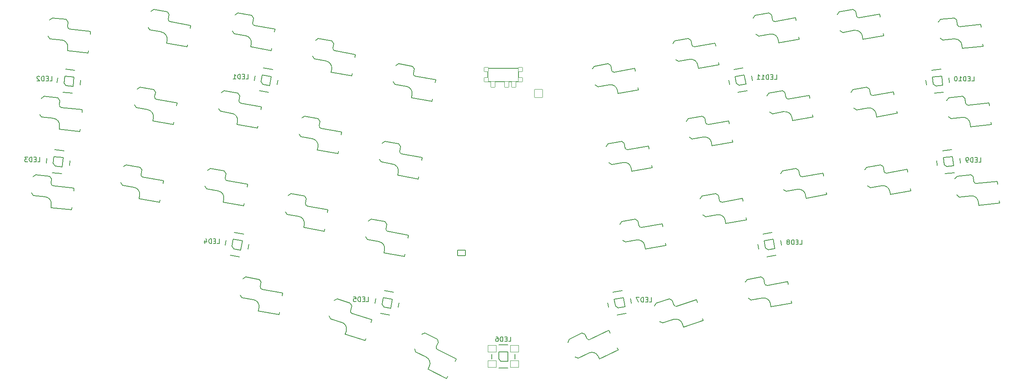
<source format=gbr>
%TF.GenerationSoftware,KiCad,Pcbnew,(6.0.7-1)-1*%
%TF.CreationDate,2022-09-13T20:48:51-04:00*%
%TF.ProjectId,egret,65677265-742e-46b6-9963-61645f706362,v1.0.0*%
%TF.SameCoordinates,Original*%
%TF.FileFunction,Legend,Bot*%
%TF.FilePolarity,Positive*%
%FSLAX46Y46*%
G04 Gerber Fmt 4.6, Leading zero omitted, Abs format (unit mm)*
G04 Created by KiCad (PCBNEW (6.0.7-1)-1) date 2022-09-13 20:48:51*
%MOMM*%
%LPD*%
G01*
G04 APERTURE LIST*
G04 Aperture macros list*
%AMRoundRect*
0 Rectangle with rounded corners*
0 $1 Rounding radius*
0 $2 $3 $4 $5 $6 $7 $8 $9 X,Y pos of 4 corners*
0 Add a 4 corners polygon primitive as box body*
4,1,4,$2,$3,$4,$5,$6,$7,$8,$9,$2,$3,0*
0 Add four circle primitives for the rounded corners*
1,1,$1+$1,$2,$3*
1,1,$1+$1,$4,$5*
1,1,$1+$1,$6,$7*
1,1,$1+$1,$8,$9*
0 Add four rect primitives between the rounded corners*
20,1,$1+$1,$2,$3,$4,$5,0*
20,1,$1+$1,$4,$5,$6,$7,0*
20,1,$1+$1,$6,$7,$8,$9,0*
20,1,$1+$1,$8,$9,$2,$3,0*%
G04 Aperture macros list end*
%ADD10C,0.200000*%
%ADD11C,0.150000*%
%ADD12R,1.752600X1.752600*%
%ADD13C,1.752600*%
%ADD14RoundRect,0.050000X-0.450000X-0.450000X0.450000X-0.450000X0.450000X0.450000X-0.450000X0.450000X0*%
%ADD15C,1.100000*%
%ADD16RoundRect,0.050000X-0.450000X-0.625000X0.450000X-0.625000X0.450000X0.625000X-0.450000X0.625000X0*%
%ADD17C,1.801800*%
%ADD18C,3.100000*%
%ADD19C,3.529000*%
%ADD20RoundRect,0.050000X-1.054507X-1.505993X1.505993X-1.054507X1.054507X1.505993X-1.505993X1.054507X0*%
%ADD21RoundRect,0.050000X-0.876300X0.876300X-0.876300X-0.876300X0.876300X-0.876300X0.876300X0.876300X0*%
%ADD22C,1.852600*%
%ADD23RoundRect,0.050000X-1.505993X-1.054507X1.054507X-1.505993X1.505993X1.054507X-1.054507X1.505993X0*%
%ADD24RoundRect,0.050000X-0.598550X-1.738315X1.738315X-0.598550X0.598550X1.738315X-1.738315X0.598550X0*%
%ADD25C,4.500000*%
%ADD26RoundRect,0.050000X-1.638096X-0.834651X0.834651X-1.638096X1.638096X0.834651X-0.834651X1.638096X0*%
%ADD27RoundRect,0.050000X-1.738315X-0.598550X0.598550X-1.738315X1.738315X0.598550X-0.598550X1.738315X0*%
%ADD28RoundRect,0.050000X-1.428765X-1.156991X1.156991X-1.428765X1.428765X1.156991X-1.156991X1.428765X0*%
%ADD29RoundRect,0.050000X0.850000X-0.600000X0.850000X0.600000X-0.850000X0.600000X-0.850000X-0.600000X0*%
%ADD30O,1.800000X1.300000*%
%ADD31RoundRect,0.050000X-1.156991X-1.428765X1.428765X-1.156991X1.156991X1.428765X-1.428765X1.156991X0*%
%ADD32RoundRect,0.050000X-0.834651X-1.638096X1.638096X-0.834651X0.834651X1.638096X-1.638096X0.834651X0*%
%ADD33C,2.100000*%
%ADD34RoundRect,0.050000X-0.764773X-0.845649X1.007881X-0.533082X0.764773X0.845649X-1.007881X0.533082X0*%
%ADD35RoundRect,0.050000X-0.968240X-0.602090X0.821900X-0.790241X0.968240X0.602090X-0.821900X0.790241X0*%
%ADD36RoundRect,0.050000X-1.007881X-0.533082X0.764773X-0.845649X1.007881X0.533082X-0.764773X0.845649X0*%
%ADD37RoundRect,0.050000X-0.900000X-0.700000X0.900000X-0.700000X0.900000X0.700000X-0.900000X0.700000X0*%
%ADD38RoundRect,0.050000X-0.821900X-0.790241X0.968240X-0.602090X0.821900X0.790241X-0.968240X0.602090X0*%
G04 APERTURE END LIST*
D10*
%TO.C,LED11*%
X264845238Y-82552380D02*
X265321428Y-82552380D01*
X265321428Y-81552380D01*
X264511904Y-82028571D02*
X264178571Y-82028571D01*
X264035714Y-82552380D02*
X264511904Y-82552380D01*
X264511904Y-81552380D01*
X264035714Y-81552380D01*
X263607142Y-82552380D02*
X263607142Y-81552380D01*
X263369047Y-81552380D01*
X263226190Y-81600000D01*
X263130952Y-81695238D01*
X263083333Y-81790476D01*
X263035714Y-81980952D01*
X263035714Y-82123809D01*
X263083333Y-82314285D01*
X263130952Y-82409523D01*
X263226190Y-82504761D01*
X263369047Y-82552380D01*
X263607142Y-82552380D01*
X262083333Y-82552380D02*
X262654761Y-82552380D01*
X262369047Y-82552380D02*
X262369047Y-81552380D01*
X262464285Y-81695238D01*
X262559523Y-81790476D01*
X262654761Y-81838095D01*
X261130952Y-82552380D02*
X261702380Y-82552380D01*
X261416666Y-82552380D02*
X261416666Y-81552380D01*
X261511904Y-81695238D01*
X261607142Y-81790476D01*
X261702380Y-81838095D01*
%TO.C,LED2*%
X108769047Y-82877380D02*
X109245238Y-82877380D01*
X109245238Y-81877380D01*
X108435714Y-82353571D02*
X108102380Y-82353571D01*
X107959523Y-82877380D02*
X108435714Y-82877380D01*
X108435714Y-81877380D01*
X107959523Y-81877380D01*
X107530952Y-82877380D02*
X107530952Y-81877380D01*
X107292857Y-81877380D01*
X107150000Y-81925000D01*
X107054761Y-82020238D01*
X107007142Y-82115476D01*
X106959523Y-82305952D01*
X106959523Y-82448809D01*
X107007142Y-82639285D01*
X107054761Y-82734523D01*
X107150000Y-82829761D01*
X107292857Y-82877380D01*
X107530952Y-82877380D01*
X106578571Y-81972619D02*
X106530952Y-81925000D01*
X106435714Y-81877380D01*
X106197619Y-81877380D01*
X106102380Y-81925000D01*
X106054761Y-81972619D01*
X106007142Y-82067857D01*
X106007142Y-82163095D01*
X106054761Y-82305952D01*
X106626190Y-82877380D01*
X106007142Y-82877380D01*
%TO.C,LED4*%
X144819047Y-117902379D02*
X145295238Y-117902379D01*
X145295238Y-116902379D01*
X144485714Y-117378570D02*
X144152380Y-117378570D01*
X144009523Y-117902379D02*
X144485714Y-117902379D01*
X144485714Y-116902379D01*
X144009523Y-116902379D01*
X143580952Y-117902379D02*
X143580952Y-116902379D01*
X143342857Y-116902379D01*
X143200000Y-116949999D01*
X143104761Y-117045237D01*
X143057142Y-117140475D01*
X143009523Y-117330951D01*
X143009523Y-117473808D01*
X143057142Y-117664284D01*
X143104761Y-117759522D01*
X143200000Y-117854760D01*
X143342857Y-117902379D01*
X143580952Y-117902379D01*
X142152380Y-117235713D02*
X142152380Y-117902379D01*
X142390476Y-116854760D02*
X142628571Y-117569046D01*
X142009523Y-117569046D01*
%TO.C,LED6*%
X207574178Y-139044809D02*
X208050369Y-139044809D01*
X208050369Y-138044809D01*
X207240845Y-138521000D02*
X206907511Y-138521000D01*
X206764654Y-139044809D02*
X207240845Y-139044809D01*
X207240845Y-138044809D01*
X206764654Y-138044809D01*
X206336083Y-139044809D02*
X206336083Y-138044809D01*
X206097988Y-138044809D01*
X205955131Y-138092429D01*
X205859892Y-138187667D01*
X205812273Y-138282905D01*
X205764654Y-138473381D01*
X205764654Y-138616238D01*
X205812273Y-138806714D01*
X205859892Y-138901952D01*
X205955131Y-138997190D01*
X206097988Y-139044809D01*
X206336083Y-139044809D01*
X204907511Y-138044809D02*
X205097988Y-138044809D01*
X205193226Y-138092429D01*
X205240845Y-138140048D01*
X205336083Y-138282905D01*
X205383702Y-138473381D01*
X205383702Y-138854333D01*
X205336083Y-138949571D01*
X205288464Y-138997190D01*
X205193226Y-139044809D01*
X205002750Y-139044809D01*
X204907511Y-138997190D01*
X204859892Y-138949571D01*
X204812273Y-138854333D01*
X204812273Y-138616238D01*
X204859892Y-138521000D01*
X204907511Y-138473381D01*
X205002750Y-138425762D01*
X205193226Y-138425762D01*
X205288464Y-138473381D01*
X205336083Y-138521000D01*
X205383702Y-138616238D01*
%TO.C,LED5*%
X176919047Y-130427380D02*
X177395238Y-130427380D01*
X177395238Y-129427380D01*
X176585714Y-129903571D02*
X176252380Y-129903571D01*
X176109523Y-130427380D02*
X176585714Y-130427380D01*
X176585714Y-129427380D01*
X176109523Y-129427380D01*
X175680952Y-130427380D02*
X175680952Y-129427380D01*
X175442857Y-129427380D01*
X175300000Y-129475000D01*
X175204761Y-129570238D01*
X175157142Y-129665476D01*
X175109523Y-129855952D01*
X175109523Y-129998809D01*
X175157142Y-130189285D01*
X175204761Y-130284523D01*
X175300000Y-130379761D01*
X175442857Y-130427380D01*
X175680952Y-130427380D01*
X174204761Y-129427380D02*
X174680952Y-129427380D01*
X174728571Y-129903571D01*
X174680952Y-129855952D01*
X174585714Y-129808333D01*
X174347619Y-129808333D01*
X174252380Y-129855952D01*
X174204761Y-129903571D01*
X174157142Y-129998809D01*
X174157142Y-130236904D01*
X174204761Y-130332142D01*
X174252380Y-130379761D01*
X174347619Y-130427380D01*
X174585714Y-130427380D01*
X174680952Y-130379761D01*
X174728571Y-130332142D01*
%TO.C,LED3*%
X106169047Y-100327380D02*
X106645238Y-100327380D01*
X106645238Y-99327380D01*
X105835714Y-99803571D02*
X105502380Y-99803571D01*
X105359523Y-100327380D02*
X105835714Y-100327380D01*
X105835714Y-99327380D01*
X105359523Y-99327380D01*
X104930952Y-100327380D02*
X104930952Y-99327380D01*
X104692857Y-99327380D01*
X104550000Y-99375000D01*
X104454761Y-99470238D01*
X104407142Y-99565476D01*
X104359523Y-99755952D01*
X104359523Y-99898809D01*
X104407142Y-100089285D01*
X104454761Y-100184523D01*
X104550000Y-100279761D01*
X104692857Y-100327380D01*
X104930952Y-100327380D01*
X104026190Y-99327380D02*
X103407142Y-99327380D01*
X103740476Y-99708333D01*
X103597619Y-99708333D01*
X103502380Y-99755952D01*
X103454761Y-99803571D01*
X103407142Y-99898809D01*
X103407142Y-100136904D01*
X103454761Y-100232142D01*
X103502380Y-100279761D01*
X103597619Y-100327380D01*
X103883333Y-100327380D01*
X103978571Y-100279761D01*
X104026190Y-100232142D01*
%TO.C,LED1*%
X151044047Y-82452380D02*
X151520238Y-82452380D01*
X151520238Y-81452380D01*
X150710714Y-81928571D02*
X150377380Y-81928571D01*
X150234523Y-82452380D02*
X150710714Y-82452380D01*
X150710714Y-81452380D01*
X150234523Y-81452380D01*
X149805952Y-82452380D02*
X149805952Y-81452380D01*
X149567857Y-81452380D01*
X149425000Y-81500000D01*
X149329761Y-81595238D01*
X149282142Y-81690476D01*
X149234523Y-81880952D01*
X149234523Y-82023809D01*
X149282142Y-82214285D01*
X149329761Y-82309523D01*
X149425000Y-82404761D01*
X149567857Y-82452380D01*
X149805952Y-82452380D01*
X148282142Y-82452380D02*
X148853571Y-82452380D01*
X148567857Y-82452380D02*
X148567857Y-81452380D01*
X148663095Y-81595238D01*
X148758333Y-81690476D01*
X148853571Y-81738095D01*
%TO.C,LED7*%
X237894047Y-130552380D02*
X238370238Y-130552380D01*
X238370238Y-129552380D01*
X237560714Y-130028571D02*
X237227380Y-130028571D01*
X237084523Y-130552380D02*
X237560714Y-130552380D01*
X237560714Y-129552380D01*
X237084523Y-129552380D01*
X236655952Y-130552380D02*
X236655952Y-129552380D01*
X236417857Y-129552380D01*
X236275000Y-129600000D01*
X236179761Y-129695238D01*
X236132142Y-129790476D01*
X236084523Y-129980952D01*
X236084523Y-130123809D01*
X236132142Y-130314285D01*
X236179761Y-130409523D01*
X236275000Y-130504761D01*
X236417857Y-130552380D01*
X236655952Y-130552380D01*
X235751190Y-129552380D02*
X235084523Y-129552380D01*
X235513095Y-130552380D01*
%TO.C,LED9*%
X308844047Y-100402380D02*
X309320238Y-100402380D01*
X309320238Y-99402380D01*
X308510714Y-99878571D02*
X308177380Y-99878571D01*
X308034523Y-100402380D02*
X308510714Y-100402380D01*
X308510714Y-99402380D01*
X308034523Y-99402380D01*
X307605952Y-100402380D02*
X307605952Y-99402380D01*
X307367857Y-99402380D01*
X307225000Y-99450000D01*
X307129761Y-99545238D01*
X307082142Y-99640476D01*
X307034523Y-99830952D01*
X307034523Y-99973809D01*
X307082142Y-100164285D01*
X307129761Y-100259523D01*
X307225000Y-100354761D01*
X307367857Y-100402380D01*
X307605952Y-100402380D01*
X306558333Y-100402380D02*
X306367857Y-100402380D01*
X306272619Y-100354761D01*
X306225000Y-100307142D01*
X306129761Y-100164285D01*
X306082142Y-99973809D01*
X306082142Y-99592857D01*
X306129761Y-99497619D01*
X306177380Y-99450000D01*
X306272619Y-99402380D01*
X306463095Y-99402380D01*
X306558333Y-99450000D01*
X306605952Y-99497619D01*
X306653571Y-99592857D01*
X306653571Y-99830952D01*
X306605952Y-99926190D01*
X306558333Y-99973809D01*
X306463095Y-100021428D01*
X306272619Y-100021428D01*
X306177380Y-99973809D01*
X306129761Y-99926190D01*
X306082142Y-99830952D01*
%TO.C,LED8*%
X270294047Y-118127380D02*
X270770238Y-118127380D01*
X270770238Y-117127380D01*
X269960714Y-117603571D02*
X269627380Y-117603571D01*
X269484523Y-118127380D02*
X269960714Y-118127380D01*
X269960714Y-117127380D01*
X269484523Y-117127380D01*
X269055952Y-118127380D02*
X269055952Y-117127380D01*
X268817857Y-117127380D01*
X268675000Y-117175000D01*
X268579761Y-117270238D01*
X268532142Y-117365476D01*
X268484523Y-117555952D01*
X268484523Y-117698809D01*
X268532142Y-117889285D01*
X268579761Y-117984523D01*
X268675000Y-118079761D01*
X268817857Y-118127380D01*
X269055952Y-118127380D01*
X267913095Y-117555952D02*
X268008333Y-117508333D01*
X268055952Y-117460714D01*
X268103571Y-117365476D01*
X268103571Y-117317857D01*
X268055952Y-117222619D01*
X268008333Y-117175000D01*
X267913095Y-117127380D01*
X267722619Y-117127380D01*
X267627380Y-117175000D01*
X267579761Y-117222619D01*
X267532142Y-117317857D01*
X267532142Y-117365476D01*
X267579761Y-117460714D01*
X267627380Y-117508333D01*
X267722619Y-117555952D01*
X267913095Y-117555952D01*
X268008333Y-117603571D01*
X268055952Y-117651190D01*
X268103571Y-117746428D01*
X268103571Y-117936904D01*
X268055952Y-118032142D01*
X268008333Y-118079761D01*
X267913095Y-118127380D01*
X267722619Y-118127380D01*
X267627380Y-118079761D01*
X267579761Y-118032142D01*
X267532142Y-117936904D01*
X267532142Y-117746428D01*
X267579761Y-117651190D01*
X267627380Y-117603571D01*
X267722619Y-117555952D01*
%TO.C,LED10*%
X307345238Y-82902380D02*
X307821428Y-82902380D01*
X307821428Y-81902380D01*
X307011904Y-82378571D02*
X306678571Y-82378571D01*
X306535714Y-82902380D02*
X307011904Y-82902380D01*
X307011904Y-81902380D01*
X306535714Y-81902380D01*
X306107142Y-82902380D02*
X306107142Y-81902380D01*
X305869047Y-81902380D01*
X305726190Y-81950000D01*
X305630952Y-82045238D01*
X305583333Y-82140476D01*
X305535714Y-82330952D01*
X305535714Y-82473809D01*
X305583333Y-82664285D01*
X305630952Y-82759523D01*
X305726190Y-82854761D01*
X305869047Y-82902380D01*
X306107142Y-82902380D01*
X304583333Y-82902380D02*
X305154761Y-82902380D01*
X304869047Y-82902380D02*
X304869047Y-81902380D01*
X304964285Y-82045238D01*
X305059523Y-82140476D01*
X305154761Y-82188095D01*
X303964285Y-81902380D02*
X303869047Y-81902380D01*
X303773809Y-81950000D01*
X303726190Y-81997619D01*
X303678571Y-82092857D01*
X303630952Y-82283333D01*
X303630952Y-82521428D01*
X303678571Y-82711904D01*
X303726190Y-82807142D01*
X303773809Y-82854761D01*
X303869047Y-82902380D01*
X303964285Y-82902380D01*
X304059523Y-82854761D01*
X304107142Y-82807142D01*
X304154761Y-82711904D01*
X304202380Y-82521428D01*
X304202380Y-82283333D01*
X304154761Y-82092857D01*
X304107142Y-81997619D01*
X304059523Y-81950000D01*
X303964285Y-81902380D01*
D11*
%TO.C,T1*%
X203155131Y-83016544D02*
X209755131Y-83016544D01*
X206455131Y-80166544D02*
X209755131Y-80166544D01*
X208405131Y-80166544D02*
X204505131Y-80166544D01*
X203155131Y-80166544D02*
X203155131Y-83016544D01*
X206455131Y-80166544D02*
X203155131Y-80166544D01*
X209755131Y-83016544D02*
X209755131Y-80166544D01*
%TO.C,S33*%
X229761304Y-80571038D02*
X229587656Y-79586230D01*
X226256193Y-83727650D02*
X226835421Y-84133230D01*
X226835421Y-84133230D02*
X229297440Y-83699109D01*
X234772167Y-80195201D02*
X230340532Y-80976617D01*
X231035124Y-84915848D02*
X231156678Y-85605214D01*
X229008428Y-79180650D02*
X229587656Y-79586230D01*
X231156678Y-85605214D02*
X235588313Y-84823797D01*
X234876355Y-80786085D02*
X234772167Y-80195201D01*
X235588313Y-84823797D02*
X235501489Y-84331393D01*
X226054004Y-79701595D02*
X229008428Y-79180650D01*
X225648425Y-80280823D02*
X226054004Y-79701595D01*
X229761305Y-80571038D02*
G75*
G03*
X230340532Y-80976617I492403J86824D01*
G01*
X231035124Y-84915848D02*
G75*
G03*
X229297440Y-83699109I-1477211J-260473D01*
G01*
%TO.C,S24*%
X283923882Y-73889295D02*
X288355517Y-73107878D01*
X279602625Y-72417311D02*
X282064644Y-71983190D01*
X288355517Y-73107878D02*
X288268693Y-72615474D01*
X283802328Y-73199929D02*
X283923882Y-73889295D01*
X287539371Y-68479282D02*
X283107736Y-69260698D01*
X278415629Y-68564904D02*
X278821208Y-67985676D01*
X281775632Y-67464731D02*
X282354860Y-67870311D01*
X287643559Y-69070166D02*
X287539371Y-68479282D01*
X282528508Y-68855119D02*
X282354860Y-67870311D01*
X278821208Y-67985676D02*
X281775632Y-67464731D01*
X279023397Y-72011731D02*
X279602625Y-72417311D01*
X282528509Y-68855119D02*
G75*
G03*
X283107736Y-69260698I492403J86824D01*
G01*
X283802328Y-73199929D02*
G75*
G03*
X282064644Y-71983190I-1477211J-260473D01*
G01*
%TO.C,S7*%
X146555901Y-103819921D02*
X146729549Y-102835114D01*
X146323970Y-102255886D02*
X146729549Y-102835114D01*
X146266888Y-108338380D02*
X146145335Y-109027746D01*
X146145335Y-109027746D02*
X150576970Y-109809163D01*
X142182550Y-105587348D02*
X142588130Y-106166576D01*
X150576970Y-109809163D02*
X150663794Y-109316759D01*
X142588130Y-106166576D02*
X145050149Y-106600696D01*
X151288927Y-105771451D02*
X151393116Y-105180566D01*
X143369546Y-101734941D02*
X146323970Y-102255886D01*
X151393116Y-105180566D02*
X146961481Y-104399149D01*
X142790318Y-102140521D02*
X143369546Y-101734941D01*
X146555901Y-103819921D02*
G75*
G03*
X146961481Y-104399149I492404J-86824D01*
G01*
X146266889Y-108338380D02*
G75*
G03*
X145050149Y-106600696I-1477212J260472D01*
G01*
%TO.C,S30*%
X246322555Y-73716062D02*
X246901783Y-74121642D01*
X248349251Y-79451260D02*
X248470805Y-80140626D01*
X247075431Y-75106450D02*
X246901783Y-74121642D01*
X252086294Y-74730613D02*
X247654659Y-75512029D01*
X243570320Y-78263062D02*
X244149548Y-78668642D01*
X243368131Y-74237007D02*
X246322555Y-73716062D01*
X248470805Y-80140626D02*
X252902440Y-79359209D01*
X252190482Y-75321497D02*
X252086294Y-74730613D01*
X244149548Y-78668642D02*
X246611567Y-78234521D01*
X252902440Y-79359209D02*
X252815616Y-78866805D01*
X242962552Y-74816235D02*
X243368131Y-74237007D01*
X247075432Y-75106450D02*
G75*
G03*
X247654659Y-75512029I492403J86824D01*
G01*
X248349251Y-79451260D02*
G75*
G03*
X246611567Y-78234521I-1477211J-260473D01*
G01*
%TO.C,S25*%
X266586292Y-102255884D02*
X269540716Y-101734939D01*
X267367709Y-106687519D02*
X269829728Y-106253398D01*
X275304455Y-102749490D02*
X270872820Y-103530906D01*
X266180713Y-102835112D02*
X266586292Y-102255884D01*
X276120601Y-107378086D02*
X276033777Y-106885682D01*
X271567412Y-107470137D02*
X271688966Y-108159503D01*
X271688966Y-108159503D02*
X276120601Y-107378086D01*
X269540716Y-101734939D02*
X270119944Y-102140519D01*
X266788481Y-106281939D02*
X267367709Y-106687519D01*
X270293592Y-103125327D02*
X270119944Y-102140519D01*
X275408643Y-103340374D02*
X275304455Y-102749490D01*
X271567412Y-107470137D02*
G75*
G03*
X269829728Y-106253398I-1477211J-260473D01*
G01*
X270293593Y-103125327D02*
G75*
G03*
X270872820Y-103530906I492403J86824D01*
G01*
%TO.C,S36*%
X224458204Y-138393766D02*
X224019833Y-137494972D01*
X220654869Y-138579874D02*
X223351251Y-137264760D01*
X229434383Y-137190583D02*
X229171360Y-136651307D01*
X226880272Y-142219153D02*
X227187131Y-142848309D01*
X223351251Y-137264760D02*
X224019833Y-137494972D01*
X227187131Y-142848309D02*
X231231705Y-140875639D01*
X220424657Y-139248456D02*
X220654869Y-138579874D01*
X221958956Y-142394235D02*
X222627539Y-142624447D01*
X231231705Y-140875639D02*
X231012519Y-140426242D01*
X222627539Y-142624447D02*
X224874524Y-141528519D01*
X229171360Y-136651307D02*
X225126787Y-138623977D01*
X224458204Y-138393766D02*
G75*
G03*
X225126787Y-138623977I449397J219186D01*
G01*
X226880272Y-142219153D02*
G75*
G03*
X224874524Y-141528519I-1348191J-657557D01*
G01*
%TO.C,S29*%
X249274573Y-90457794D02*
X249853801Y-90863374D01*
X255142500Y-92063229D02*
X255038312Y-91472345D01*
X251301269Y-96192992D02*
X251422823Y-96882358D01*
X251422823Y-96882358D02*
X255854458Y-96100941D01*
X250027449Y-91848182D02*
X249853801Y-90863374D01*
X255854458Y-96100941D02*
X255767634Y-95608537D01*
X255038312Y-91472345D02*
X250606677Y-92253761D01*
X247101566Y-95410374D02*
X249563585Y-94976253D01*
X246522338Y-95004794D02*
X247101566Y-95410374D01*
X246320149Y-90978739D02*
X249274573Y-90457794D01*
X245914570Y-91557967D02*
X246320149Y-90978739D01*
X251301269Y-96192992D02*
G75*
G03*
X249563585Y-94976253I-1477211J-260473D01*
G01*
X250027450Y-91848182D02*
G75*
G03*
X250606677Y-92253761I492403J86824D01*
G01*
%TO.C,S17*%
X178137694Y-134388273D02*
X173857940Y-132997696D01*
X172621872Y-136801922D02*
X172405560Y-137467662D01*
X173536920Y-132367659D02*
X173845937Y-131416603D01*
X170671748Y-129859515D02*
X173524917Y-130786566D01*
X170041711Y-130180535D02*
X170671748Y-129859515D01*
X177952284Y-134958906D02*
X178137694Y-134388273D01*
X168960151Y-133509233D02*
X169281171Y-134139269D01*
X176685314Y-138858238D02*
X176839823Y-138382710D01*
X169281171Y-134139269D02*
X171658812Y-134911812D01*
X173524917Y-130786566D02*
X173845937Y-131416603D01*
X172405560Y-137467662D02*
X176685314Y-138858238D01*
X173536920Y-132367659D02*
G75*
G03*
X173857940Y-132997696I475528J-154509D01*
G01*
X172621872Y-136801922D02*
G75*
G03*
X171658812Y-134911812I-1426585J463525D01*
G01*
%TO.C,S18*%
X189559012Y-137264760D02*
X192255394Y-138579874D01*
X190523962Y-144411009D02*
X190217102Y-145040165D01*
X187586342Y-141309333D02*
X189833327Y-142405261D01*
X192047235Y-140147250D02*
X192485606Y-139248456D01*
X194261675Y-147012835D02*
X194480861Y-146563438D01*
X196322019Y-142788503D02*
X192277446Y-140815833D01*
X187356131Y-140640751D02*
X187586342Y-141309333D01*
X196058997Y-143327779D02*
X196322019Y-142788503D01*
X192255394Y-138579874D02*
X192485606Y-139248456D01*
X190217102Y-145040165D02*
X194261675Y-147012835D01*
X188890430Y-137494972D02*
X189559012Y-137264760D01*
X190523962Y-144411009D02*
G75*
G03*
X189833327Y-142405261I-1348191J657557D01*
G01*
X192047235Y-140147250D02*
G75*
G03*
X192277446Y-140815833I449397J-219186D01*
G01*
%TO.C,S2*%
X110511794Y-86516747D02*
X110956791Y-87066272D01*
X115709891Y-89677411D02*
X115772608Y-89080697D01*
X115772608Y-89080697D02*
X111297259Y-88610319D01*
X110879145Y-92588407D02*
X110805975Y-93284572D01*
X107057850Y-90678510D02*
X109544155Y-90939831D01*
X106978703Y-86648158D02*
X107528229Y-86203162D01*
X115281324Y-93754950D02*
X115333588Y-93257689D01*
X106612854Y-90128985D02*
X107057850Y-90678510D01*
X110852262Y-88060794D02*
X110956791Y-87066272D01*
X107528229Y-86203162D02*
X110511794Y-86516747D01*
X110805975Y-93284572D02*
X115281324Y-93754950D01*
X110852262Y-88060794D02*
G75*
G03*
X111297259Y-88610319I497261J-52264D01*
G01*
X110879146Y-92588407D02*
G75*
G03*
X109544155Y-90939831I-1491783J156793D01*
G01*
%TO.C,S23*%
X290491390Y-85221011D02*
X286059755Y-86002427D01*
X282554644Y-89159040D02*
X285016663Y-88724919D01*
X291307536Y-89849607D02*
X291220712Y-89357203D01*
X286875901Y-90631024D02*
X291307536Y-89849607D01*
X281773227Y-84727405D02*
X284727651Y-84206460D01*
X281367648Y-85306633D02*
X281773227Y-84727405D01*
X290595578Y-85811895D02*
X290491390Y-85221011D01*
X285480527Y-85596848D02*
X285306879Y-84612040D01*
X281975416Y-88753460D02*
X282554644Y-89159040D01*
X286754347Y-89941658D02*
X286875901Y-90631024D01*
X284727651Y-84206460D02*
X285306879Y-84612040D01*
X286754347Y-89941658D02*
G75*
G03*
X285016663Y-88724919I-1477211J-260473D01*
G01*
X285480528Y-85596848D02*
G75*
G03*
X286059755Y-86002427I492403J86824D01*
G01*
%TO.C,S22*%
X287679672Y-100948191D02*
X288258900Y-101353771D01*
X284725248Y-101469136D02*
X287679672Y-100948191D01*
X294259557Y-106591338D02*
X294172733Y-106098934D01*
X289706368Y-106683389D02*
X289827922Y-107372755D01*
X293443411Y-101962742D02*
X289011776Y-102744158D01*
X288432548Y-102338579D02*
X288258900Y-101353771D01*
X293547599Y-102553626D02*
X293443411Y-101962742D01*
X289827922Y-107372755D02*
X294259557Y-106591338D01*
X284927437Y-105495191D02*
X285506665Y-105900771D01*
X284319669Y-102048364D02*
X284725248Y-101469136D01*
X285506665Y-105900771D02*
X287968684Y-105466650D01*
X288432549Y-102338579D02*
G75*
G03*
X289011776Y-102744158I492403J86824D01*
G01*
X289706368Y-106683389D02*
G75*
G03*
X287968684Y-105466650I-1477211J-260473D01*
G01*
%TO.C,S1*%
X109075278Y-104967666D02*
X109179807Y-103973144D01*
X105280866Y-107585382D02*
X107767171Y-107846703D01*
X109102161Y-109495279D02*
X109028991Y-110191444D01*
X104835870Y-107035857D02*
X105280866Y-107585382D01*
X113995624Y-105987569D02*
X109520275Y-105517191D01*
X108734810Y-103423619D02*
X109179807Y-103973144D01*
X105201719Y-103555030D02*
X105751245Y-103110034D01*
X113932907Y-106584283D02*
X113995624Y-105987569D01*
X113504340Y-110661822D02*
X113556604Y-110164561D01*
X105751245Y-103110034D02*
X108734810Y-103423619D01*
X109028991Y-110191444D02*
X113504340Y-110661822D01*
X109102162Y-109495279D02*
G75*
G03*
X107767171Y-107846703I-1491783J156793D01*
G01*
X109075278Y-104967666D02*
G75*
G03*
X109520275Y-105517191I497261J-52264D01*
G01*
%TO.C,S34*%
X259220344Y-129701937D02*
X259799572Y-130107517D01*
X259799572Y-130107517D02*
X262261591Y-129673396D01*
X261972579Y-125154937D02*
X262551807Y-125560517D01*
X267840506Y-126760372D02*
X267736318Y-126169488D01*
X268552464Y-130798084D02*
X268465640Y-130305680D01*
X259018155Y-125675882D02*
X261972579Y-125154937D01*
X263999275Y-130890135D02*
X264120829Y-131579501D01*
X264120829Y-131579501D02*
X268552464Y-130798084D01*
X262725455Y-126545325D02*
X262551807Y-125560517D01*
X258612576Y-126255110D02*
X259018155Y-125675882D01*
X267736318Y-126169488D02*
X263304683Y-126950904D01*
X262725456Y-126545325D02*
G75*
G03*
X263304683Y-126950904I492403J86824D01*
G01*
X263999275Y-130890135D02*
G75*
G03*
X262261591Y-129673396I-1477211J-260473D01*
G01*
%TO.C,S15*%
X186799177Y-85784088D02*
X186677624Y-86473454D01*
X186856259Y-79701594D02*
X187261838Y-80280822D01*
X187088190Y-81265629D02*
X187261838Y-80280822D01*
X183901835Y-79180649D02*
X186856259Y-79701594D01*
X182714839Y-83033056D02*
X183120419Y-83612284D01*
X191821216Y-83217159D02*
X191925405Y-82626274D01*
X186677624Y-86473454D02*
X191109259Y-87254871D01*
X183322607Y-79586229D02*
X183901835Y-79180649D01*
X183120419Y-83612284D02*
X185582438Y-84046404D01*
X191109259Y-87254871D02*
X191196083Y-86762467D01*
X191925405Y-82626274D02*
X187493770Y-81844857D01*
X186799178Y-85784088D02*
G75*
G03*
X185582438Y-84046404I-1477212J260472D01*
G01*
X187088190Y-81265629D02*
G75*
G03*
X187493770Y-81844857I492404J-86824D01*
G01*
%TO.C,S13*%
X186021368Y-116109736D02*
X181589733Y-115328319D01*
X177216382Y-117095746D02*
X179678401Y-117529866D01*
X177418570Y-113069691D02*
X177997798Y-112664111D01*
X176810802Y-116516518D02*
X177216382Y-117095746D01*
X180952222Y-113185056D02*
X181357801Y-113764284D01*
X185205222Y-120738333D02*
X185292046Y-120245929D01*
X181184153Y-114749091D02*
X181357801Y-113764284D01*
X180895140Y-119267550D02*
X180773587Y-119956916D01*
X177997798Y-112664111D02*
X180952222Y-113185056D01*
X185917179Y-116700621D02*
X186021368Y-116109736D01*
X180773587Y-119956916D02*
X185205222Y-120738333D01*
X180895141Y-119267550D02*
G75*
G03*
X179678401Y-117529866I-1477212J260472D01*
G01*
X181184153Y-114749091D02*
G75*
G03*
X181589733Y-115328319I492404J-86824D01*
G01*
%TO.C,S11*%
X170843113Y-98532017D02*
X170929937Y-98039613D01*
X163056461Y-90863375D02*
X163635689Y-90457795D01*
X166533031Y-97061234D02*
X166411478Y-97750600D01*
X162854273Y-94889430D02*
X165316292Y-95323550D01*
X162448693Y-94310202D02*
X162854273Y-94889430D01*
X171555070Y-94494305D02*
X171659259Y-93903420D01*
X163635689Y-90457795D02*
X166590113Y-90978740D01*
X171659259Y-93903420D02*
X167227624Y-93122003D01*
X166822044Y-92542775D02*
X166995692Y-91557968D01*
X166411478Y-97750600D02*
X170843113Y-98532017D01*
X166590113Y-90978740D02*
X166995692Y-91557968D01*
X166533032Y-97061234D02*
G75*
G03*
X165316292Y-95323550I-1477212J260472D01*
G01*
X166822044Y-92542775D02*
G75*
G03*
X167227624Y-93122003I492404J-86824D01*
G01*
%TO.C,S20*%
X302319321Y-90547099D02*
X302868846Y-90992096D01*
X305382033Y-86203162D02*
X305931559Y-86648158D01*
X306036087Y-87642680D02*
X305931559Y-86648158D01*
X307076896Y-92761930D02*
X311552245Y-92291552D01*
X307003726Y-92065765D02*
X307076896Y-92761930D01*
X302868846Y-90992096D02*
X305355151Y-90730775D01*
X311060961Y-87617299D02*
X306585612Y-88087677D01*
X301953471Y-87066272D02*
X302398468Y-86516747D01*
X311123678Y-88214012D02*
X311060961Y-87617299D01*
X302398468Y-86516747D02*
X305382033Y-86203162D01*
X311552245Y-92291552D02*
X311499980Y-91794291D01*
X306036087Y-87642680D02*
G75*
G03*
X306585612Y-88087677I497261J52264D01*
G01*
X307003725Y-92065765D02*
G75*
G03*
X305355151Y-90730775I-1491782J-156792D01*
G01*
%TO.C,S31*%
X236939161Y-118399309D02*
X237060715Y-119088675D01*
X231958041Y-113185056D02*
X234912465Y-112664111D01*
X240780392Y-114269546D02*
X240676204Y-113678662D01*
X232739458Y-117616691D02*
X235201477Y-117182570D01*
X240676204Y-113678662D02*
X236244569Y-114460078D01*
X231552462Y-113764284D02*
X231958041Y-113185056D01*
X235665341Y-114054499D02*
X235491693Y-113069691D01*
X237060715Y-119088675D02*
X241492350Y-118307258D01*
X232160230Y-117211111D02*
X232739458Y-117616691D01*
X234912465Y-112664111D02*
X235491693Y-113069691D01*
X241492350Y-118307258D02*
X241405526Y-117814854D01*
X235665342Y-114054499D02*
G75*
G03*
X236244569Y-114460078I492403J86824D01*
G01*
X236939161Y-118399309D02*
G75*
G03*
X235201477Y-117182570I-1477211J-260473D01*
G01*
%TO.C,S4*%
X124043597Y-104800598D02*
X124449177Y-105379826D01*
X125230593Y-100948191D02*
X128185017Y-101469136D01*
X124651365Y-101353771D02*
X125230593Y-100948191D01*
X128006382Y-108240996D02*
X132438017Y-109022413D01*
X124449177Y-105379826D02*
X126911196Y-105813946D01*
X128416948Y-103033171D02*
X128590596Y-102048364D01*
X132438017Y-109022413D02*
X132524841Y-108530009D01*
X128127935Y-107551630D02*
X128006382Y-108240996D01*
X128185017Y-101469136D02*
X128590596Y-102048364D01*
X133149974Y-104984701D02*
X133254163Y-104393816D01*
X133254163Y-104393816D02*
X128822528Y-103612399D01*
X128416948Y-103033171D02*
G75*
G03*
X128822528Y-103612399I492404J-86824D01*
G01*
X128127936Y-107551630D02*
G75*
G03*
X126911196Y-105813946I-1477212J260472D01*
G01*
%TO.C,S26*%
X263836463Y-89540208D02*
X264415691Y-89945788D01*
X264415691Y-89945788D02*
X266877710Y-89511667D01*
X268736948Y-91417772D02*
X273168583Y-90636355D01*
X273168583Y-90636355D02*
X273081759Y-90143951D01*
X266588698Y-84993208D02*
X267167926Y-85398788D01*
X268615394Y-90728406D02*
X268736948Y-91417772D01*
X263634274Y-85514153D02*
X266588698Y-84993208D01*
X272352437Y-86007759D02*
X267920802Y-86789175D01*
X267341574Y-86383596D02*
X267167926Y-85398788D01*
X263228695Y-86093381D02*
X263634274Y-85514153D01*
X272456625Y-86598643D02*
X272352437Y-86007759D01*
X268615394Y-90728406D02*
G75*
G03*
X266877710Y-89511667I-1477211J-260473D01*
G01*
X267341575Y-86383596D02*
G75*
G03*
X267920802Y-86789175I492403J86824D01*
G01*
%TO.C,S35*%
X239064325Y-131416603D02*
X239385345Y-130786566D01*
X245259985Y-135922577D02*
X249539739Y-134532000D01*
X239385345Y-130786566D02*
X242238514Y-129859515D01*
X249539739Y-134532000D02*
X249385231Y-134056472D01*
X240775921Y-135066320D02*
X243153563Y-134293778D01*
X245043673Y-135256837D02*
X245259985Y-135922577D01*
X248272769Y-130632669D02*
X248087359Y-130062035D01*
X242238514Y-129859515D02*
X242868551Y-130180535D01*
X248087359Y-130062035D02*
X243807605Y-131452611D01*
X240145885Y-134745301D02*
X240775921Y-135066320D01*
X243177568Y-131131591D02*
X242868551Y-130180535D01*
X245043673Y-135256837D02*
G75*
G03*
X243153563Y-134293778I-1426585J-463526D01*
G01*
X243177568Y-131131591D02*
G75*
G03*
X243807605Y-131452611I475528J154508D01*
G01*
%TO.C,S27*%
X265784929Y-74676041D02*
X270216564Y-73894624D01*
X260276676Y-69351650D02*
X260682255Y-68772422D01*
X261463672Y-73204057D02*
X263925691Y-72769936D01*
X269504606Y-69856912D02*
X269400418Y-69266028D01*
X264389555Y-69641865D02*
X264215907Y-68657057D01*
X260682255Y-68772422D02*
X263636679Y-68251477D01*
X270216564Y-73894624D02*
X270129740Y-73402220D01*
X260884444Y-72798477D02*
X261463672Y-73204057D01*
X263636679Y-68251477D02*
X264215907Y-68657057D01*
X265663375Y-73986675D02*
X265784929Y-74676041D01*
X269400418Y-69266028D02*
X264968783Y-70047444D01*
X264389556Y-69641865D02*
G75*
G03*
X264968783Y-70047444I492403J86824D01*
G01*
X265663375Y-73986675D02*
G75*
G03*
X263925691Y-72769936I-1477211J-260473D01*
G01*
%TO.C,S3*%
X117486875Y-72770541D02*
X117549592Y-72173827D01*
X117058308Y-76848080D02*
X117110572Y-76350819D01*
X112629246Y-71153924D02*
X112733775Y-70159402D01*
X112288778Y-69609877D02*
X112733775Y-70159402D01*
X108834834Y-73771640D02*
X111321139Y-74032961D01*
X108389838Y-73222115D02*
X108834834Y-73771640D01*
X112656129Y-75681537D02*
X112582959Y-76377702D01*
X112582959Y-76377702D02*
X117058308Y-76848080D01*
X109305213Y-69296292D02*
X112288778Y-69609877D01*
X117549592Y-72173827D02*
X113074243Y-71703449D01*
X108755687Y-69741288D02*
X109305213Y-69296292D01*
X112656130Y-75681537D02*
G75*
G03*
X111321139Y-74032961I-1491783J156793D01*
G01*
X112629246Y-71153924D02*
G75*
G03*
X113074243Y-71703449I497261J-52264D01*
G01*
%TO.C,S32*%
X229006024Y-96443325D02*
X231960448Y-95922380D01*
X233987144Y-101657578D02*
X234108698Y-102346944D01*
X229208213Y-100469380D02*
X229787441Y-100874960D01*
X237724187Y-96936931D02*
X233292552Y-97718347D01*
X237828375Y-97527815D02*
X237724187Y-96936931D01*
X238540333Y-101565527D02*
X238453509Y-101073123D01*
X231960448Y-95922380D02*
X232539676Y-96327960D01*
X228600445Y-97022553D02*
X229006024Y-96443325D01*
X229787441Y-100874960D02*
X232249460Y-100440839D01*
X234108698Y-102346944D02*
X238540333Y-101565527D01*
X232713324Y-97312768D02*
X232539676Y-96327960D01*
X232713325Y-97312768D02*
G75*
G03*
X233292552Y-97718347I492403J86824D01*
G01*
X233987144Y-101657578D02*
G75*
G03*
X232249460Y-100440839I-1477211J-260473D01*
G01*
%TO.C,S14*%
X183725605Y-103215184D02*
X188157240Y-103996601D01*
X180949816Y-95922379D02*
X183904240Y-96443324D01*
X188973386Y-99368004D02*
X184541751Y-98586587D01*
X184136171Y-98007359D02*
X184309819Y-97022552D01*
X180168400Y-100354014D02*
X182630419Y-100788134D01*
X179762820Y-99774786D02*
X180168400Y-100354014D01*
X188157240Y-103996601D02*
X188244064Y-103504197D01*
X183904240Y-96443324D02*
X184309819Y-97022552D01*
X188869197Y-99958889D02*
X188973386Y-99368004D01*
X180370588Y-96327959D02*
X180949816Y-95922379D01*
X183847158Y-102525818D02*
X183725605Y-103215184D01*
X183847159Y-102525818D02*
G75*
G03*
X182630419Y-100788134I-1477212J260472D01*
G01*
X184136171Y-98007359D02*
G75*
G03*
X184541751Y-98586587I492404J-86824D01*
G01*
%TO.C,S19*%
X307813071Y-104549552D02*
X307708543Y-103555030D01*
X312837945Y-104524171D02*
X308362596Y-104994549D01*
X304645830Y-107898968D02*
X307132135Y-107637647D01*
X308780710Y-108972637D02*
X308853880Y-109668802D01*
X303730455Y-103973144D02*
X304175452Y-103423619D01*
X307159017Y-103110034D02*
X307708543Y-103555030D01*
X304096305Y-107453971D02*
X304645830Y-107898968D01*
X313329229Y-109198424D02*
X313276964Y-108701163D01*
X308853880Y-109668802D02*
X313329229Y-109198424D01*
X312900662Y-105120884D02*
X312837945Y-104524171D01*
X304175452Y-103423619D02*
X307159017Y-103110034D01*
X308780709Y-108972637D02*
G75*
G03*
X307132135Y-107637647I-1491782J-156792D01*
G01*
X307813071Y-104549552D02*
G75*
G03*
X308362596Y-104994549I497261J52264D01*
G01*
%TO.C,S21*%
X301091860Y-74085224D02*
X303578165Y-73823903D01*
X305226740Y-75158893D02*
X305299910Y-75855058D01*
X303605047Y-69296290D02*
X304154573Y-69741286D01*
X300176485Y-70159400D02*
X300621482Y-69609875D01*
X309775259Y-75384680D02*
X309722994Y-74887419D01*
X305299910Y-75855058D02*
X309775259Y-75384680D01*
X300621482Y-69609875D02*
X303605047Y-69296290D01*
X309283975Y-70710427D02*
X304808626Y-71180805D01*
X300542335Y-73640227D02*
X301091860Y-74085224D01*
X309346692Y-71307140D02*
X309283975Y-70710427D01*
X304259101Y-70735808D02*
X304154573Y-69741286D01*
X304259101Y-70735808D02*
G75*
G03*
X304808626Y-71180805I497261J52264D01*
G01*
X305226739Y-75158893D02*
G75*
G03*
X303578165Y-73823903I-1491782J-156792D01*
G01*
%TO.C,S6*%
X131134632Y-67464728D02*
X134089056Y-67985673D01*
X130555404Y-67870308D02*
X131134632Y-67464728D01*
X134031974Y-74068167D02*
X133910421Y-74757533D01*
X134320987Y-69549708D02*
X134494635Y-68564901D01*
X129947636Y-71317135D02*
X130353216Y-71896363D01*
X138342056Y-75538950D02*
X138428880Y-75046546D01*
X134089056Y-67985673D02*
X134494635Y-68564901D01*
X133910421Y-74757533D02*
X138342056Y-75538950D01*
X139054013Y-71501238D02*
X139158202Y-70910353D01*
X139158202Y-70910353D02*
X134726567Y-70128936D01*
X130353216Y-71896363D02*
X132815235Y-72330483D01*
X134320987Y-69549708D02*
G75*
G03*
X134726567Y-70128936I492404J-86824D01*
G01*
X134031975Y-74068167D02*
G75*
G03*
X132815235Y-72330483I-1477212J260472D01*
G01*
%TO.C,S28*%
X252979469Y-108589913D02*
X252805821Y-107605105D01*
X250053586Y-112152105D02*
X252515605Y-111717984D01*
X258806478Y-112842672D02*
X258719654Y-112350268D01*
X258094520Y-108804960D02*
X257990332Y-108214076D01*
X249272169Y-107720470D02*
X252226593Y-107199525D01*
X249474358Y-111746525D02*
X250053586Y-112152105D01*
X252226593Y-107199525D02*
X252805821Y-107605105D01*
X257990332Y-108214076D02*
X253558697Y-108995492D01*
X254253289Y-112934723D02*
X254374843Y-113624089D01*
X254374843Y-113624089D02*
X258806478Y-112842672D01*
X248866590Y-108299698D02*
X249272169Y-107720470D01*
X254253289Y-112934723D02*
G75*
G03*
X252515605Y-111717984I-1477211J-260473D01*
G01*
X252979470Y-108589913D02*
G75*
G03*
X253558697Y-108995492I492403J86824D01*
G01*
%TO.C,S8*%
X149218905Y-91596647D02*
X149097352Y-92286013D01*
X145134567Y-88845615D02*
X145540147Y-89424843D01*
X149097352Y-92286013D02*
X153528987Y-93067430D01*
X154345133Y-88438833D02*
X149913498Y-87657416D01*
X145540147Y-89424843D02*
X148002166Y-89858963D01*
X149275987Y-85514153D02*
X149681566Y-86093381D01*
X149507918Y-87078188D02*
X149681566Y-86093381D01*
X153528987Y-93067430D02*
X153615811Y-92575026D01*
X146321563Y-84993208D02*
X149275987Y-85514153D01*
X145742335Y-85398788D02*
X146321563Y-84993208D01*
X154240944Y-89029718D02*
X154345133Y-88438833D01*
X149507918Y-87078188D02*
G75*
G03*
X149913498Y-87657416I492404J-86824D01*
G01*
X149218906Y-91596647D02*
G75*
G03*
X148002166Y-89858963I-1477212J260472D01*
G01*
%TO.C,S5*%
X131368967Y-86291440D02*
X131542615Y-85306633D01*
X136101993Y-88242970D02*
X136206182Y-87652085D01*
X135390036Y-92280682D02*
X135476860Y-91788278D01*
X136206182Y-87652085D02*
X131774547Y-86870668D01*
X127603384Y-84612040D02*
X128182612Y-84206460D01*
X131079954Y-90809899D02*
X130958401Y-91499265D01*
X130958401Y-91499265D02*
X135390036Y-92280682D01*
X127401196Y-88638095D02*
X129863215Y-89072215D01*
X128182612Y-84206460D02*
X131137036Y-84727405D01*
X131137036Y-84727405D02*
X131542615Y-85306633D01*
X126995616Y-88058867D02*
X127401196Y-88638095D01*
X131079955Y-90809899D02*
G75*
G03*
X129863215Y-89072215I-1477212J260472D01*
G01*
X131368967Y-86291440D02*
G75*
G03*
X131774547Y-86870668I492404J-86824D01*
G01*
%TO.C,S10*%
X163638094Y-107720473D02*
X164043673Y-108299701D01*
X160683670Y-107199528D02*
X163638094Y-107720473D01*
X159496674Y-111051935D02*
X159902254Y-111631163D01*
X168707240Y-110645153D02*
X164275605Y-109863736D01*
X159902254Y-111631163D02*
X162364273Y-112065283D01*
X163459459Y-114492333D02*
X167891094Y-115273750D01*
X163870025Y-109284508D02*
X164043673Y-108299701D01*
X163581012Y-113802967D02*
X163459459Y-114492333D01*
X167891094Y-115273750D02*
X167977918Y-114781346D01*
X160104442Y-107605108D02*
X160683670Y-107199528D01*
X168603051Y-111236038D02*
X168707240Y-110645153D01*
X163581013Y-113802967D02*
G75*
G03*
X162364273Y-112065283I-1477212J260472D01*
G01*
X163870025Y-109284508D02*
G75*
G03*
X164275605Y-109863736I492404J-86824D01*
G01*
%TO.C,S16*%
X154124039Y-127239917D02*
X154297687Y-126255110D01*
X150937684Y-125154937D02*
X153892108Y-125675882D01*
X150358456Y-125560517D02*
X150937684Y-125154937D01*
X158857065Y-129191447D02*
X158961254Y-128600562D01*
X158145108Y-133229159D02*
X158231932Y-132736755D01*
X153713473Y-132447742D02*
X158145108Y-133229159D01*
X150156268Y-129586572D02*
X152618287Y-130020692D01*
X153835026Y-131758376D02*
X153713473Y-132447742D01*
X153892108Y-125675882D02*
X154297687Y-126255110D01*
X149750688Y-129007344D02*
X150156268Y-129586572D01*
X158961254Y-128600562D02*
X154529619Y-127819145D01*
X154124039Y-127239917D02*
G75*
G03*
X154529619Y-127819145I492404J-86824D01*
G01*
X153835027Y-131758376D02*
G75*
G03*
X152618287Y-130020692I-1477212J260472D01*
G01*
%TO.C,S9*%
X148694355Y-68657056D02*
X149273583Y-68251476D01*
X157192964Y-72287986D02*
X157297153Y-71697101D01*
X149273583Y-68251476D02*
X152228007Y-68772421D01*
X148086587Y-72103883D02*
X148492167Y-72683111D01*
X152228007Y-68772421D02*
X152633586Y-69351649D01*
X152170925Y-74854915D02*
X152049372Y-75544281D01*
X157297153Y-71697101D02*
X152865518Y-70915684D01*
X152049372Y-75544281D02*
X156481007Y-76325698D01*
X148492167Y-72683111D02*
X150954186Y-73117231D01*
X152459938Y-70336456D02*
X152633586Y-69351649D01*
X156481007Y-76325698D02*
X156567831Y-75833294D01*
X152459938Y-70336456D02*
G75*
G03*
X152865518Y-70915684I492404J-86824D01*
G01*
X152170926Y-74854915D02*
G75*
G03*
X150954186Y-73117231I-1477212J260472D01*
G01*
%TO.C,S12*%
X173795132Y-81790285D02*
X173881956Y-81297881D01*
X169363497Y-81008868D02*
X173795132Y-81790285D01*
X165806292Y-78147698D02*
X168268311Y-78581818D01*
X166008480Y-74121643D02*
X166587708Y-73716063D01*
X174611278Y-77161688D02*
X170179643Y-76380271D01*
X169542132Y-74237008D02*
X169947711Y-74816236D01*
X174507089Y-77752573D02*
X174611278Y-77161688D01*
X165400712Y-77568470D02*
X165806292Y-78147698D01*
X169485050Y-80319502D02*
X169363497Y-81008868D01*
X169774063Y-75801043D02*
X169947711Y-74816236D01*
X166587708Y-73716063D02*
X169542132Y-74237008D01*
X169485051Y-80319502D02*
G75*
G03*
X168268311Y-78581818I-1477212J260472D01*
G01*
X169774063Y-75801043D02*
G75*
G03*
X170179643Y-76380271I492404J-86824D01*
G01*
D10*
%TO.C,LED11*%
X258369130Y-81568493D02*
X256399514Y-81915789D01*
X258976898Y-85015320D02*
X257007283Y-85362617D01*
X257239214Y-83798581D02*
X258716426Y-83538109D01*
X255182775Y-83653473D02*
X255009127Y-82668666D01*
X258716426Y-83538109D02*
X258369130Y-81568493D01*
X256399514Y-81915789D02*
X256659986Y-83393001D01*
X258108657Y-80091281D02*
X256139042Y-80438578D01*
X256659986Y-83393001D02*
X257239214Y-83798581D01*
X260106813Y-82785232D02*
X259933165Y-81800425D01*
%TO.C,LED2*%
X113631248Y-85537453D02*
X111642204Y-85328396D01*
X113997097Y-82056627D02*
X112008054Y-81847570D01*
X112008054Y-81847570D02*
X111851261Y-83339352D01*
X110359478Y-83182560D02*
X110464006Y-82188038D01*
X114153890Y-80564844D02*
X112164846Y-80355787D01*
X111851261Y-83339352D02*
X112296258Y-83888878D01*
X112296258Y-83888878D02*
X113788040Y-84045670D01*
X115332088Y-83705202D02*
X115436616Y-82710680D01*
X113788040Y-84045670D02*
X113997097Y-82056627D01*
%TO.C,LED4*%
X146552116Y-118238312D02*
X146725764Y-117253505D01*
X151476154Y-119106553D02*
X151649802Y-118121746D01*
X148289799Y-117021573D02*
X148029327Y-118498785D01*
X148434907Y-119078013D02*
X149912119Y-119338485D01*
X149912119Y-119338485D02*
X150259415Y-117368869D01*
X150259415Y-117368869D02*
X148289799Y-117021573D01*
X150519887Y-115891658D02*
X148550272Y-115544361D01*
X148029327Y-118498785D02*
X148434907Y-119078013D01*
X149651646Y-120815697D02*
X147682031Y-120468400D01*
%TO.C,LED6*%
X205455131Y-142792429D02*
X205955131Y-143292429D01*
X203955131Y-142792429D02*
X203955131Y-141792429D01*
X207455131Y-144792429D02*
X205455131Y-144792429D01*
X207455131Y-143292429D02*
X207455131Y-141292429D01*
X207455131Y-139792429D02*
X205455131Y-139792429D01*
X207455131Y-141292429D02*
X205455131Y-141292429D01*
X208955131Y-142792429D02*
X208955131Y-141792429D01*
X205955131Y-143292429D02*
X207455131Y-143292429D01*
X205455131Y-141292429D02*
X205455131Y-142792429D01*
%TO.C,LED5*%
X180601139Y-129573061D02*
X180340667Y-131050273D01*
X181962986Y-133367185D02*
X179993371Y-133019888D01*
X182570755Y-129920357D02*
X180601139Y-129573061D01*
X183787494Y-131658041D02*
X183961142Y-130673234D01*
X182831227Y-128443146D02*
X180861612Y-128095849D01*
X182223459Y-131889973D02*
X182570755Y-129920357D01*
X178863456Y-130789800D02*
X179037104Y-129804993D01*
X180746247Y-131629501D02*
X182223459Y-131889973D01*
X180340667Y-131050273D02*
X180746247Y-131629501D01*
%TO.C,LED3*%
X109969749Y-101240749D02*
X111461531Y-101397541D01*
X111670588Y-99408498D02*
X109681545Y-99199441D01*
X111461531Y-101397541D02*
X111670588Y-99408498D01*
X111827381Y-97916715D02*
X109838337Y-97707658D01*
X109681545Y-99199441D02*
X109524752Y-100691223D01*
X111304739Y-102889324D02*
X109315695Y-102680267D01*
X109524752Y-100691223D02*
X109969749Y-101240749D01*
X108032969Y-100534431D02*
X108137497Y-99539909D01*
X113005579Y-101057073D02*
X113110107Y-100062551D01*
%TO.C,LED1*%
X156163453Y-83885407D02*
X156510749Y-81915791D01*
X156510749Y-81915791D02*
X154541133Y-81568495D01*
X155902980Y-85362619D02*
X153933365Y-85015322D01*
X154541133Y-81568495D02*
X154280661Y-83045707D01*
X157727488Y-83653475D02*
X157901136Y-82668668D01*
X154686241Y-83624935D02*
X156163453Y-83885407D01*
X152803450Y-82785234D02*
X152977098Y-81800427D01*
X154280661Y-83045707D02*
X154686241Y-83624935D01*
X156771221Y-80438580D02*
X154801606Y-80091283D01*
%TO.C,LED7*%
X230339509Y-129920360D02*
X230599981Y-131397572D01*
X232916893Y-133019891D02*
X230947278Y-133367188D01*
X232048652Y-128095852D02*
X230079037Y-128443149D01*
X232656421Y-131542680D02*
X232309125Y-129573064D01*
X234046808Y-130789803D02*
X233873160Y-129804996D01*
X230599981Y-131397572D02*
X231179209Y-131803152D01*
X229122770Y-131658044D02*
X228949122Y-130673237D01*
X232309125Y-129573064D02*
X230339509Y-129920360D01*
X231179209Y-131803152D02*
X232656421Y-131542680D01*
%TO.C,LED9*%
X303071925Y-97707657D02*
X301082881Y-97916714D01*
X304877293Y-100534430D02*
X304772765Y-99539908D01*
X301396466Y-100900279D02*
X301945992Y-101345276D01*
X303437774Y-101188483D02*
X303228717Y-99199440D01*
X303594567Y-102680266D02*
X301605523Y-102889323D01*
X299904683Y-101057072D02*
X299800155Y-100062550D01*
X303228717Y-99199440D02*
X301239674Y-99408497D01*
X301239674Y-99408497D02*
X301396466Y-100900279D01*
X301945992Y-101345276D02*
X303437774Y-101188483D01*
%TO.C,LED8*%
X263490546Y-119251659D02*
X264967758Y-118991187D01*
X262650846Y-117368867D02*
X262911318Y-118846079D01*
X266358145Y-118238310D02*
X266184497Y-117253503D01*
X264620462Y-117021571D02*
X262650846Y-117368867D01*
X262911318Y-118846079D02*
X263490546Y-119251659D01*
X265228230Y-120468398D02*
X263258615Y-120815695D01*
X264359989Y-115544359D02*
X262390374Y-115891656D01*
X264967758Y-118991187D02*
X264620462Y-117021571D01*
X261434107Y-119106551D02*
X261260459Y-118121744D01*
%TO.C,LED10*%
X299069957Y-83548411D02*
X299619483Y-83993408D01*
X299619483Y-83993408D02*
X301111265Y-83836615D01*
X300902208Y-81847572D02*
X298913165Y-82056629D01*
X301111265Y-83836615D02*
X300902208Y-81847572D01*
X297578174Y-83705204D02*
X297473646Y-82710682D01*
X301268058Y-85328398D02*
X299279014Y-85537455D01*
X300745416Y-80355789D02*
X298756372Y-80564846D01*
X298913165Y-82056629D02*
X299069957Y-83548411D01*
X302550784Y-83182562D02*
X302446256Y-82188040D01*
%TD*%
D12*
%TO.C,MCU1*%
X214075131Y-85546547D03*
D13*
X214075131Y-88086547D03*
X214075131Y-90626547D03*
X214075131Y-93166547D03*
X214075131Y-95706547D03*
X214075131Y-98246547D03*
X214075131Y-100786547D03*
X214075131Y-103326547D03*
X214075131Y-105866547D03*
X214075131Y-108406547D03*
X214075131Y-110946547D03*
X214075131Y-113486547D03*
X198835131Y-85546547D03*
X198835131Y-88086547D03*
X198835131Y-90626547D03*
X198835131Y-93166547D03*
X198835131Y-95706547D03*
X198835131Y-98246547D03*
X198835131Y-100786547D03*
X198835131Y-103326547D03*
X198835131Y-105866547D03*
X198835131Y-108406547D03*
X198835131Y-110946547D03*
X198835131Y-113486547D03*
%TD*%
%LPC*%
D14*
%TO.C,T1*%
X202755131Y-80416544D03*
X210155131Y-80416544D03*
X202755131Y-82616544D03*
D15*
X207955131Y-81516544D03*
X204955131Y-81516544D03*
D14*
X210155131Y-82616544D03*
D16*
X204205131Y-83591544D03*
X207205131Y-83591544D03*
X208705131Y-83591544D03*
%TD*%
D17*
%TO.C,S33*%
X223538688Y-88471611D03*
D18*
X233227989Y-82955276D03*
D17*
X234371574Y-86561481D03*
D19*
X228955131Y-87516546D03*
D18*
X227921924Y-81656940D03*
D20*
X224696679Y-82225638D03*
X236453234Y-82386578D03*
%TD*%
D21*
%TO.C,MCU1*%
X214075131Y-85546547D03*
D22*
X214075131Y-88086547D03*
X214075131Y-90626547D03*
X214075131Y-93166547D03*
X214075131Y-95706547D03*
X214075131Y-98246547D03*
X214075131Y-100786547D03*
X214075131Y-103326547D03*
X214075131Y-105866547D03*
X214075131Y-108406547D03*
X214075131Y-110946547D03*
X214075131Y-113486547D03*
X198835131Y-85546547D03*
X198835131Y-88086547D03*
X198835131Y-90626547D03*
X198835131Y-93166547D03*
X198835131Y-95706547D03*
X198835131Y-98246547D03*
X198835131Y-100786547D03*
X198835131Y-103326547D03*
X198835131Y-105866547D03*
X198835131Y-108406547D03*
X198835131Y-110946547D03*
X198835131Y-113486547D03*
%TD*%
D17*
%TO.C,S24*%
X276305892Y-76755692D03*
D18*
X285995193Y-71239357D03*
D19*
X281722335Y-75800627D03*
D18*
X280689128Y-69941021D03*
D17*
X287138778Y-74845562D03*
D20*
X277463883Y-70509719D03*
X289220438Y-70670659D03*
%TD*%
D18*
%TO.C,S7*%
X148998062Y-107246049D03*
X144456050Y-104211231D03*
D19*
X143422843Y-110070837D03*
D17*
X148839286Y-111025902D03*
X138006400Y-109115772D03*
D23*
X141230804Y-103642533D03*
X152223308Y-107814747D03*
%TD*%
D18*
%TO.C,S30*%
X250542116Y-77490688D03*
D19*
X246269258Y-82051958D03*
D18*
X245236051Y-76192352D03*
D17*
X240852815Y-83007023D03*
X251685701Y-81096893D03*
D20*
X242010806Y-76761050D03*
X253767361Y-76921990D03*
%TD*%
D18*
%TO.C,S25*%
X273760277Y-105509565D03*
D19*
X269487419Y-110070835D03*
D18*
X268454212Y-104211229D03*
D17*
X274903862Y-109115770D03*
X264070976Y-111025900D03*
D20*
X265228967Y-104779927D03*
X276985522Y-104940867D03*
%TD*%
D18*
%TO.C,S36*%
X228447781Y-139730095D03*
D17*
X230541070Y-142881387D03*
D19*
X225597703Y-145292428D03*
D18*
X222989395Y-139944603D03*
D17*
X220654336Y-147703469D03*
D24*
X220045844Y-141380269D03*
X231391332Y-138294429D03*
%TD*%
D25*
%TO.C,PAD7*%
X117404224Y-99263565D03*
%TD*%
D18*
%TO.C,S29*%
X248188069Y-92934084D03*
D17*
X243804833Y-99748755D03*
D18*
X253494134Y-94232420D03*
D19*
X249221276Y-98793690D03*
D17*
X254637719Y-97838625D03*
D20*
X244962824Y-93502782D03*
X256719379Y-93663722D03*
%TD*%
D17*
%TO.C,S17*%
X164333582Y-136422111D03*
D18*
X175478489Y-136100327D03*
X171403044Y-132462918D03*
D19*
X169564393Y-138121704D03*
D17*
X174795204Y-139821297D03*
D26*
X168288334Y-131450887D03*
X178593199Y-137112358D03*
%TD*%
D19*
%TO.C,S18*%
X187312560Y-145292428D03*
D17*
X192255927Y-147703469D03*
D18*
X189920868Y-139944603D03*
X193450422Y-144113806D03*
D17*
X182369193Y-142881387D03*
D27*
X186977318Y-138508938D03*
X196393973Y-145549472D03*
%TD*%
D18*
%TO.C,S2*%
X113527469Y-91308219D03*
D17*
X113632748Y-95089941D03*
D18*
X108784822Y-88597629D03*
D17*
X102693008Y-93940127D03*
D19*
X108162878Y-94515034D03*
D28*
X105527763Y-88255298D03*
X116784528Y-91650550D03*
%TD*%
D17*
%TO.C,S23*%
X279257911Y-93497421D03*
X290090797Y-91587291D03*
D19*
X284674354Y-92542356D03*
D18*
X288947212Y-87981086D03*
X283641147Y-86682750D03*
D20*
X280415902Y-87251448D03*
X292172457Y-87412388D03*
%TD*%
D17*
%TO.C,S22*%
X293042818Y-108329022D03*
D19*
X287626375Y-109284087D03*
D17*
X282209932Y-110239152D03*
D18*
X286593168Y-103424481D03*
X291899233Y-104722817D03*
D20*
X283367923Y-103993179D03*
X295124478Y-104154119D03*
%TD*%
D17*
%TO.C,S1*%
X100916024Y-110846999D03*
D18*
X107007838Y-105504501D03*
D17*
X111855764Y-111996813D03*
D19*
X106385894Y-111421906D03*
D18*
X111750485Y-108215091D03*
D28*
X103750779Y-105162170D03*
X115007544Y-108557422D03*
%TD*%
D29*
%TO.C,JST1*%
X197455133Y-119966543D03*
D30*
X197455133Y-117966543D03*
%TD*%
D25*
%TO.C,PAD2*%
X188710933Y-128210614D03*
%TD*%
D18*
%TO.C,S34*%
X266192140Y-128929563D03*
D19*
X261919282Y-133490833D03*
D17*
X267335725Y-132535768D03*
D18*
X260886075Y-127631227D03*
D17*
X256502839Y-134445898D03*
D20*
X257660830Y-128199925D03*
X269417385Y-128360865D03*
%TD*%
D18*
%TO.C,S15*%
X184988339Y-81656939D03*
D19*
X183955132Y-87516545D03*
D17*
X189371575Y-88471610D03*
X178538689Y-86561480D03*
D18*
X189530351Y-84691757D03*
D23*
X181763093Y-81088241D03*
X192755597Y-85260455D03*
%TD*%
D25*
%TO.C,PAD11*%
X295506037Y-99263563D03*
%TD*%
D17*
%TO.C,S13*%
X172634652Y-120044942D03*
D18*
X179084302Y-115140401D03*
X183626314Y-118175219D03*
D19*
X178051095Y-121000007D03*
D17*
X183467538Y-121955072D03*
D23*
X175859056Y-114571703D03*
X186851560Y-118743917D03*
%TD*%
D18*
%TO.C,S11*%
X169264205Y-95968903D03*
D17*
X158272543Y-97838626D03*
D18*
X164722193Y-92934085D03*
D19*
X163688986Y-98793691D03*
D17*
X169105429Y-99748756D03*
D23*
X161496947Y-92365387D03*
X172489451Y-96537601D03*
%TD*%
D18*
%TO.C,S20*%
X304125440Y-88597629D03*
D19*
X304747384Y-94515034D03*
D17*
X299277514Y-95089941D03*
X310217254Y-93940127D03*
D18*
X309328012Y-90262935D03*
D31*
X300868380Y-88939959D03*
X312585071Y-89920604D03*
%TD*%
D18*
%TO.C,S31*%
X239132026Y-116438737D03*
D19*
X234859168Y-121000007D03*
D17*
X240275611Y-120044942D03*
X229442725Y-121955072D03*
D18*
X233825961Y-115140401D03*
D20*
X230600716Y-115709099D03*
X242357271Y-115870039D03*
%TD*%
D19*
%TO.C,S4*%
X125283890Y-109284087D03*
D17*
X119867447Y-108329022D03*
D18*
X130859109Y-106459299D03*
X126317097Y-103424481D03*
D17*
X130700333Y-110239152D03*
D23*
X123091851Y-102855783D03*
X134084355Y-107027997D03*
%TD*%
D19*
%TO.C,S26*%
X266535401Y-93329104D03*
D17*
X261118958Y-94284169D03*
D18*
X270808259Y-88767834D03*
D17*
X271951844Y-92374039D03*
D18*
X265502194Y-87469498D03*
D20*
X262276949Y-88038196D03*
X274033504Y-88199136D03*
%TD*%
D17*
%TO.C,S35*%
X248576680Y-136422111D03*
D19*
X243345869Y-138121704D03*
D17*
X238115058Y-139821297D03*
D18*
X246942338Y-133010157D03*
X241507218Y-132462918D03*
D32*
X238392508Y-133474948D03*
X250057048Y-131998126D03*
%TD*%
D17*
%TO.C,S27*%
X258166939Y-77542438D03*
D18*
X267856240Y-72026103D03*
X262550175Y-70727767D03*
D17*
X268999825Y-75632308D03*
D19*
X263583382Y-76587373D03*
D20*
X259324930Y-71296465D03*
X271081485Y-71457405D03*
%TD*%
D17*
%TO.C,S3*%
X115409732Y-78183071D03*
D18*
X115304453Y-74401349D03*
X110561806Y-71690759D03*
D19*
X109939862Y-77608164D03*
D17*
X104469992Y-77033257D03*
D28*
X107304747Y-71348428D03*
X118561512Y-74743680D03*
%TD*%
D18*
%TO.C,S32*%
X230873944Y-98398670D03*
D19*
X231907151Y-104258276D03*
D17*
X226490708Y-105213341D03*
X237323594Y-103303211D03*
D18*
X236180009Y-99697006D03*
D20*
X227648699Y-98967368D03*
X239405254Y-99128308D03*
%TD*%
D25*
%TO.C,PAD9*%
X162334023Y-127558753D03*
%TD*%
%TO.C,PAD12*%
X239374398Y-91898836D03*
%TD*%
D17*
%TO.C,S14*%
X186419556Y-105213340D03*
X175586670Y-103303210D03*
D19*
X181003113Y-104258275D03*
D18*
X182036320Y-98398669D03*
X186578332Y-101433487D03*
D23*
X178811074Y-97829971D03*
X189803578Y-102002185D03*
%TD*%
D25*
%TO.C,PAD3*%
X224199330Y-128210613D03*
%TD*%
%TO.C,PAD13*%
X250576238Y-127558754D03*
%TD*%
D17*
%TO.C,S19*%
X301054498Y-111996813D03*
D18*
X305902424Y-105504501D03*
D19*
X306524368Y-111421906D03*
D17*
X311994238Y-110846999D03*
D18*
X311104996Y-107169807D03*
D31*
X302645364Y-105846831D03*
X314362055Y-106827476D03*
%TD*%
D18*
%TO.C,S21*%
X302348454Y-71690757D03*
X307551026Y-73356063D03*
D17*
X308440268Y-77033255D03*
D19*
X302970398Y-77608162D03*
D17*
X297500528Y-78183069D03*
D31*
X299091394Y-72033087D03*
X310808085Y-73013732D03*
%TD*%
D18*
%TO.C,S6*%
X132221136Y-69941018D03*
D17*
X136604372Y-76755689D03*
X125771486Y-74845559D03*
D18*
X136763148Y-72975836D03*
D19*
X131187929Y-75800624D03*
D23*
X128995890Y-69372320D03*
X139988394Y-73544534D03*
%TD*%
D33*
%TO.C,B1*%
X209705130Y-126000007D03*
X203205130Y-126000007D03*
%TD*%
D17*
%TO.C,S28*%
X257589739Y-114580356D03*
D18*
X256446154Y-110974151D03*
D19*
X252173296Y-115535421D03*
D17*
X246756853Y-116490486D03*
D18*
X251140089Y-109675815D03*
D20*
X247914844Y-110244513D03*
X259671399Y-110405453D03*
%TD*%
D17*
%TO.C,S8*%
X151791303Y-94284169D03*
D18*
X147408067Y-87469498D03*
D17*
X140958417Y-92374039D03*
D18*
X151950079Y-90504316D03*
D19*
X146374860Y-93329104D03*
D23*
X144182821Y-86900800D03*
X155175325Y-91073014D03*
%TD*%
D25*
%TO.C,PAD8*%
X173535860Y-91898835D03*
%TD*%
%TO.C,PAD5*%
X221247311Y-111468882D03*
%TD*%
%TO.C,PAD10*%
X293144902Y-82417644D03*
%TD*%
D17*
%TO.C,S5*%
X122819466Y-91587291D03*
X133652352Y-93497421D03*
D19*
X128235909Y-92542356D03*
D18*
X133811128Y-89717568D03*
X129269116Y-86682750D03*
D23*
X126043870Y-86114052D03*
X137036374Y-90286266D03*
%TD*%
D18*
%TO.C,S10*%
X161770174Y-109675818D03*
D17*
X155320524Y-114580359D03*
D19*
X160736967Y-115535424D03*
D18*
X166312186Y-112710636D03*
D17*
X166153410Y-116490489D03*
D23*
X158544928Y-109107120D03*
X169537432Y-113279334D03*
%TD*%
D17*
%TO.C,S16*%
X156407424Y-134445898D03*
D19*
X150990981Y-133490833D03*
D17*
X145574538Y-132535768D03*
D18*
X152024188Y-127631227D03*
X156566200Y-130666045D03*
D23*
X148798942Y-127062529D03*
X159791446Y-131234743D03*
%TD*%
D25*
%TO.C,PAD4*%
X191662947Y-111468881D03*
%TD*%
D17*
%TO.C,S9*%
X154743323Y-77542437D03*
D18*
X154902099Y-73762584D03*
X150360087Y-70727766D03*
D19*
X149326880Y-76587372D03*
D17*
X143910437Y-75632307D03*
D23*
X147134841Y-70159068D03*
X158127345Y-74331282D03*
%TD*%
D25*
%TO.C,PAD6*%
X119765361Y-82417643D03*
%TD*%
D18*
%TO.C,S12*%
X167674212Y-76192353D03*
D17*
X161224562Y-81096894D03*
X172057448Y-83007024D03*
D18*
X172216224Y-79227171D03*
D19*
X166641005Y-82051959D03*
D23*
X164448966Y-75623655D03*
X175441470Y-79795869D03*
%TD*%
D34*
%TO.C,LED11*%
X259634989Y-80685261D03*
X260208028Y-83935126D03*
X255480951Y-84768637D03*
X254907912Y-81518772D03*
%TD*%
D35*
%TO.C,LED2*%
X115457372Y-81556527D03*
X115112428Y-84838449D03*
X110338722Y-84336713D03*
X110683666Y-81054791D03*
%TD*%
D36*
%TO.C,LED4*%
X151751017Y-116971852D03*
X151177978Y-120221717D03*
X146450901Y-119388206D03*
X147023940Y-116138341D03*
%TD*%
D37*
%TO.C,LED6*%
X208855131Y-140642429D03*
X208855131Y-143942429D03*
X204055131Y-143942429D03*
X204055131Y-140642429D03*
%TD*%
D36*
%TO.C,LED5*%
X184062357Y-129523340D03*
X183489318Y-132773205D03*
X178762241Y-131939694D03*
X179335280Y-128689829D03*
%TD*%
D35*
%TO.C,LED3*%
X113130863Y-98908398D03*
X112785919Y-102190320D03*
X108012213Y-101688584D03*
X108357157Y-98406662D03*
%TD*%
D36*
%TO.C,LED1*%
X158002351Y-81518774D03*
X157429312Y-84768639D03*
X152702235Y-83935128D03*
X153275274Y-80685263D03*
%TD*%
D34*
%TO.C,LED7*%
X233574984Y-128689832D03*
X234148023Y-131939697D03*
X229420946Y-132773208D03*
X228847907Y-129523343D03*
%TD*%
D38*
%TO.C,LED9*%
X304553105Y-98406661D03*
X304898049Y-101688583D03*
X300124343Y-102190319D03*
X299779399Y-98908397D03*
%TD*%
D34*
%TO.C,LED8*%
X265886321Y-116138339D03*
X266459360Y-119388204D03*
X261732283Y-120221715D03*
X261159244Y-116971850D03*
%TD*%
D38*
%TO.C,LED10*%
X302226596Y-81054793D03*
X302571540Y-84336715D03*
X297797834Y-84838451D03*
X297452890Y-81556529D03*
%TD*%
M02*

</source>
